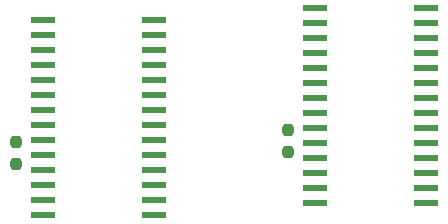
<source format=gbr>
%TF.GenerationSoftware,KiCad,Pcbnew,(6.0.9)*%
%TF.CreationDate,2022-12-02T11:24:13-08:00*%
%TF.ProjectId,keyboard_right,6b657962-6f61-4726-945f-72696768742e,rev?*%
%TF.SameCoordinates,Original*%
%TF.FileFunction,Paste,Bot*%
%TF.FilePolarity,Positive*%
%FSLAX46Y46*%
G04 Gerber Fmt 4.6, Leading zero omitted, Abs format (unit mm)*
G04 Created by KiCad (PCBNEW (6.0.9)) date 2022-12-02 11:24:13*
%MOMM*%
%LPD*%
G01*
G04 APERTURE LIST*
G04 Aperture macros list*
%AMRoundRect*
0 Rectangle with rounded corners*
0 $1 Rounding radius*
0 $2 $3 $4 $5 $6 $7 $8 $9 X,Y pos of 4 corners*
0 Add a 4 corners polygon primitive as box body*
4,1,4,$2,$3,$4,$5,$6,$7,$8,$9,$2,$3,0*
0 Add four circle primitives for the rounded corners*
1,1,$1+$1,$2,$3*
1,1,$1+$1,$4,$5*
1,1,$1+$1,$6,$7*
1,1,$1+$1,$8,$9*
0 Add four rect primitives between the rounded corners*
20,1,$1+$1,$2,$3,$4,$5,0*
20,1,$1+$1,$4,$5,$6,$7,0*
20,1,$1+$1,$6,$7,$8,$9,0*
20,1,$1+$1,$8,$9,$2,$3,0*%
G04 Aperture macros list end*
%ADD10R,2.000000X0.600000*%
%ADD11RoundRect,0.237500X0.237500X-0.250000X0.237500X0.250000X-0.237500X0.250000X-0.237500X-0.250000X0*%
G04 APERTURE END LIST*
D10*
%TO.C,U2*%
X108497500Y-26745000D03*
X108497500Y-28015000D03*
X108497500Y-29285000D03*
X108497500Y-30555000D03*
X108497500Y-31825000D03*
X108497500Y-33095000D03*
X108497500Y-34365000D03*
X108497500Y-35635000D03*
X108497500Y-36905000D03*
X108497500Y-38175000D03*
X108497500Y-39445000D03*
X108497500Y-40715000D03*
X108497500Y-41985000D03*
X108497500Y-43255000D03*
X99097500Y-43255000D03*
X99097500Y-41985000D03*
X99097500Y-40715000D03*
X99097500Y-39445000D03*
X99097500Y-38175000D03*
X99097500Y-36905000D03*
X99097500Y-35635000D03*
X99097500Y-34365000D03*
X99097500Y-33095000D03*
X99097500Y-31825000D03*
X99097500Y-30555000D03*
X99097500Y-29285000D03*
X99097500Y-28015000D03*
X99097500Y-26745000D03*
%TD*%
%TO.C,U1*%
X131497500Y-25745000D03*
X131497500Y-27015000D03*
X131497500Y-28285000D03*
X131497500Y-29555000D03*
X131497500Y-30825000D03*
X131497500Y-32095000D03*
X131497500Y-33365000D03*
X131497500Y-34635000D03*
X131497500Y-35905000D03*
X131497500Y-37175000D03*
X131497500Y-38445000D03*
X131497500Y-39715000D03*
X131497500Y-40985000D03*
X131497500Y-42255000D03*
X122097500Y-42255000D03*
X122097500Y-40985000D03*
X122097500Y-39715000D03*
X122097500Y-38445000D03*
X122097500Y-37175000D03*
X122097500Y-35905000D03*
X122097500Y-34635000D03*
X122097500Y-33365000D03*
X122097500Y-32095000D03*
X122097500Y-30825000D03*
X122097500Y-29555000D03*
X122097500Y-28285000D03*
X122097500Y-27015000D03*
X122097500Y-25745000D03*
%TD*%
D11*
%TO.C,R4*%
X96797500Y-38912500D03*
X96797500Y-37087500D03*
%TD*%
%TO.C,R3*%
X119797500Y-37912500D03*
X119797500Y-36087500D03*
%TD*%
M02*

</source>
